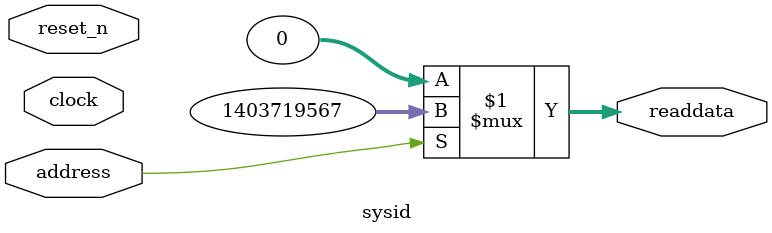
<source format=v>

`timescale 1ns / 1ps
// synthesis translate_on

// turn off superfluous verilog processor warnings 
// altera message_level Level1 
// altera message_off 10034 10035 10036 10037 10230 10240 10030 

module sysid (
               // inputs:
                address,
                clock,
                reset_n,

               // outputs:
                readdata
             )
;

  output  [ 31: 0] readdata;
  input            address;
  input            clock;
  input            reset_n;

  wire    [ 31: 0] readdata;
  //control_slave, which is an e_avalon_slave
  assign readdata = address ? 1403719567 : 0;

endmodule


</source>
